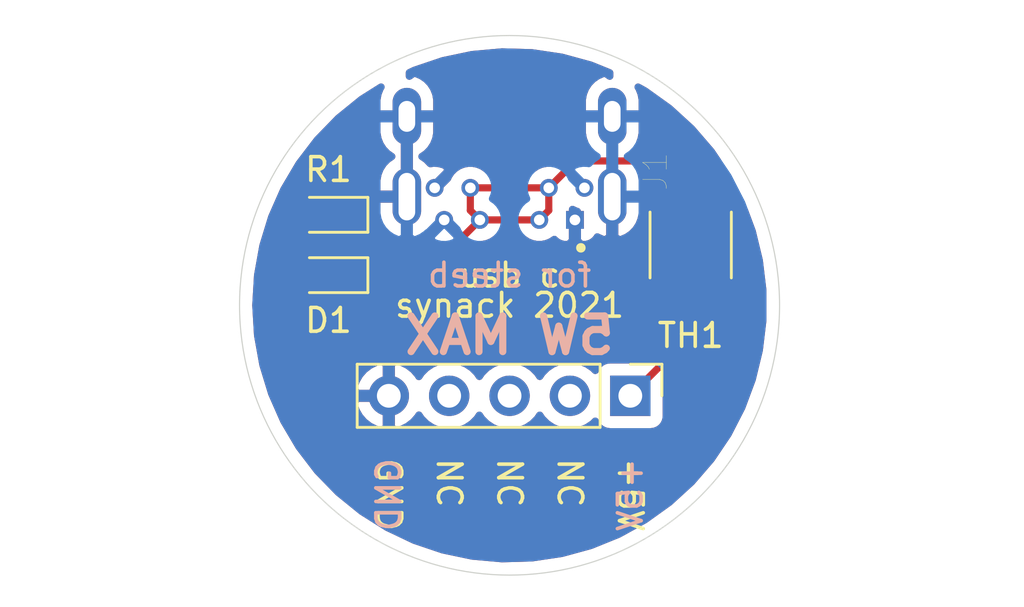
<source format=kicad_pcb>
(kicad_pcb (version 20171130) (host pcbnew "(5.1.9)-1")

  (general
    (thickness 1.6)
    (drawings 12)
    (tracks 15)
    (zones 0)
    (modules 5)
    (nets 5)
  )

  (page A4)
  (layers
    (0 F.Cu signal)
    (31 B.Cu signal)
    (32 B.Adhes user)
    (33 F.Adhes user)
    (34 B.Paste user)
    (35 F.Paste user)
    (36 B.SilkS user)
    (37 F.SilkS user)
    (38 B.Mask user)
    (39 F.Mask user)
    (40 Dwgs.User user)
    (41 Cmts.User user)
    (42 Eco1.User user)
    (43 Eco2.User user)
    (44 Edge.Cuts user)
    (45 Margin user)
    (46 B.CrtYd user)
    (47 F.CrtYd user)
    (48 B.Fab user)
    (49 F.Fab user)
  )

  (setup
    (last_trace_width 0.2)
    (trace_clearance 0.1524)
    (zone_clearance 0.508)
    (zone_45_only no)
    (trace_min 0.1524)
    (via_size 0.8)
    (via_drill 0.4)
    (via_min_size 0.127)
    (via_min_drill 0.254)
    (uvia_size 0.3)
    (uvia_drill 0.254)
    (uvias_allowed no)
    (uvia_min_size 0.254)
    (uvia_min_drill 0.254)
    (edge_width 0.05)
    (segment_width 0.2)
    (pcb_text_width 0.3)
    (pcb_text_size 1.5 1.5)
    (mod_edge_width 0.12)
    (mod_text_size 1 1)
    (mod_text_width 0.15)
    (pad_size 1.524 1.524)
    (pad_drill 0.762)
    (pad_to_mask_clearance 0.0508)
    (solder_mask_min_width 0.101)
    (aux_axis_origin 0 0)
    (visible_elements 7FFFFFFF)
    (pcbplotparams
      (layerselection 0x010fc_ffffffff)
      (usegerberextensions false)
      (usegerberattributes true)
      (usegerberadvancedattributes true)
      (creategerberjobfile true)
      (excludeedgelayer true)
      (linewidth 0.100000)
      (plotframeref false)
      (viasonmask false)
      (mode 1)
      (useauxorigin false)
      (hpglpennumber 1)
      (hpglpenspeed 20)
      (hpglpendiameter 15.000000)
      (psnegative false)
      (psa4output false)
      (plotreference true)
      (plotvalue true)
      (plotinvisibletext false)
      (padsonsilk false)
      (subtractmaskfromsilk false)
      (outputformat 1)
      (mirror false)
      (drillshape 1)
      (scaleselection 1)
      (outputdirectory ""))
  )

  (net 0 "")
  (net 1 /VBUS)
  (net 2 /GND)
  (net 3 "Net-(J2-Pad1)")
  (net 4 "Net-(D1-Pad2)")

  (net_class Default "This is the default net class."
    (clearance 0.1524)
    (trace_width 0.2)
    (via_dia 0.8)
    (via_drill 0.4)
    (uvia_dia 0.3)
    (uvia_drill 0.254)
    (add_net "Net-(D1-Pad2)")
  )

  (net_class Power ""
    (clearance 0.1524)
    (trace_width 0.3)
    (via_dia 0.8)
    (via_drill 0.4)
    (uvia_dia 0.3)
    (uvia_drill 0.254)
    (add_net /GND)
    (add_net /VBUS)
    (add_net "Net-(J2-Pad1)")
  )

  (module kicad_custom:CUI_UJC-HP-G-SMT-TR (layer F.Cu) (tedit 605BAE09) (tstamp 605C0F61)
    (at 182.88 68.58 270)
    (path /605BB1BC)
    (fp_text reference J1 (at 1.985 -6.135 270) (layer F.SilkS)
      (effects (font (size 1 1) (thickness 0.015)))
    )
    (fp_text value UJC-HP-G-SMT-TR (at 10.875 6.135 270) (layer F.Fab)
      (effects (font (size 1 1) (thickness 0.015)))
    )
    (fp_line (start 4.585 -4.47) (end -4.585 -4.47) (layer F.Fab) (width 0.127))
    (fp_line (start -4.585 -4.47) (end -4.585 4.47) (layer F.Fab) (width 0.127))
    (fp_line (start -4.585 4.47) (end 4.585 4.47) (layer F.Fab) (width 0.127))
    (fp_line (start 4.585 4.47) (end 4.585 -4.47) (layer F.Fab) (width 0.127))
    (fp_line (start 4.835 -5.17) (end -4.835 -5.17) (layer F.CrtYd) (width 0.05))
    (fp_line (start -4.835 -5.17) (end -4.835 5.17) (layer F.CrtYd) (width 0.05))
    (fp_line (start -4.835 5.17) (end 4.835 5.17) (layer F.CrtYd) (width 0.05))
    (fp_line (start 4.835 5.17) (end 4.835 -5.17) (layer F.CrtYd) (width 0.05))
    (fp_circle (center 5.2 -3) (end 5.3 -3) (layer F.Fab) (width 0.2))
    (fp_circle (center 5.2 -3) (end 5.3 -3) (layer F.SilkS) (width 0.2))
    (fp_line (start -3.585 -5.08) (end -3.585 5.08) (layer F.Fab) (width 0.127))
    (fp_text user PCB~Edge (at -3.683 1.524 270) (layer F.Fab)
      (effects (font (size 0.48 0.48) (thickness 0.015)))
    )
    (pad A1 thru_hole rect (at 4.025 -2.75 270) (size 0.75 0.75) (drill 0.45) (layers *.Cu *.Mask)
      (net 2 /GND))
    (pad A4 thru_hole circle (at 4.025 -1.25 270) (size 0.75 0.75) (drill 0.45) (layers *.Cu *.Mask)
      (net 1 /VBUS))
    (pad A9 thru_hole circle (at 4.025 1.25 270) (size 0.75 0.75) (drill 0.45) (layers *.Cu *.Mask)
      (net 1 /VBUS))
    (pad A12 thru_hole circle (at 4.025 2.75 270) (size 0.75 0.75) (drill 0.45) (layers *.Cu *.Mask)
      (net 2 /GND))
    (pad B1 thru_hole circle (at 2.675 3.15 270) (size 0.75 0.75) (drill 0.45) (layers *.Cu *.Mask)
      (net 2 /GND))
    (pad B4 thru_hole circle (at 2.675 1.65 270) (size 0.75 0.75) (drill 0.45) (layers *.Cu *.Mask)
      (net 1 /VBUS))
    (pad B9 thru_hole circle (at 2.675 -1.65 270) (size 0.75 0.75) (drill 0.45) (layers *.Cu *.Mask)
      (net 1 /VBUS))
    (pad B12 thru_hole circle (at 2.675 -3.15 270) (size 0.75 0.75) (drill 0.45) (layers *.Cu *.Mask)
      (net 2 /GND))
    (pad S1 thru_hole oval (at 3.045 -4.32 270) (size 2.4 1.2) (drill oval 2 0.7) (layers *.Cu *.Mask)
      (net 2 /GND))
    (pad S2 thru_hole oval (at 3.045 4.32 270) (size 2.4 1.2) (drill oval 2 0.7) (layers *.Cu *.Mask)
      (net 2 /GND))
    (pad S4 thru_hole oval (at -0.335 4.32 270) (size 2.4 1.2) (drill oval 1.3 0.7) (layers *.Cu *.Mask)
      (net 2 /GND))
    (pad S3 thru_hole oval (at -0.335 -4.32 270) (size 2.4 1.2) (drill oval 1.3 0.7) (layers *.Cu *.Mask)
      (net 2 /GND))
    (model C:/Users/jerem/Desktop/CUI_DEVICES_UJC-HP-G-SMT-TR.step
      (offset (xyz -1.27 0 2))
      (scale (xyz 1 1 1))
      (rotate (xyz -90 0 90))
    )
  )

  (module Connector_PinHeader_2.54mm:PinHeader_1x05_P2.54mm_Vertical (layer F.Cu) (tedit 59FED5CC) (tstamp 605C58F3)
    (at 187.96 80.01 270)
    (descr "Through hole straight pin header, 1x05, 2.54mm pitch, single row")
    (tags "Through hole pin header THT 1x05 2.54mm single row")
    (path /605BAB78)
    (fp_text reference J2 (at 0 -2.33 90) (layer F.SilkS) hide
      (effects (font (size 1 1) (thickness 0.15)))
    )
    (fp_text value Conn_01x05_Female (at 2.54 5.08 180) (layer F.Fab)
      (effects (font (size 1 1) (thickness 0.15)))
    )
    (fp_line (start 1.8 -1.8) (end -1.8 -1.8) (layer F.CrtYd) (width 0.05))
    (fp_line (start 1.8 11.95) (end 1.8 -1.8) (layer F.CrtYd) (width 0.05))
    (fp_line (start -1.8 11.95) (end 1.8 11.95) (layer F.CrtYd) (width 0.05))
    (fp_line (start -1.8 -1.8) (end -1.8 11.95) (layer F.CrtYd) (width 0.05))
    (fp_line (start -1.33 -1.33) (end 0 -1.33) (layer F.SilkS) (width 0.12))
    (fp_line (start -1.33 0) (end -1.33 -1.33) (layer F.SilkS) (width 0.12))
    (fp_line (start -1.33 1.27) (end 1.33 1.27) (layer F.SilkS) (width 0.12))
    (fp_line (start 1.33 1.27) (end 1.33 11.49) (layer F.SilkS) (width 0.12))
    (fp_line (start -1.33 1.27) (end -1.33 11.49) (layer F.SilkS) (width 0.12))
    (fp_line (start -1.33 11.49) (end 1.33 11.49) (layer F.SilkS) (width 0.12))
    (fp_line (start -1.27 -0.635) (end -0.635 -1.27) (layer F.Fab) (width 0.1))
    (fp_line (start -1.27 11.43) (end -1.27 -0.635) (layer F.Fab) (width 0.1))
    (fp_line (start 1.27 11.43) (end -1.27 11.43) (layer F.Fab) (width 0.1))
    (fp_line (start 1.27 -1.27) (end 1.27 11.43) (layer F.Fab) (width 0.1))
    (fp_line (start -0.635 -1.27) (end 1.27 -1.27) (layer F.Fab) (width 0.1))
    (fp_text user %R (at 0 5.08) (layer F.Fab)
      (effects (font (size 1 1) (thickness 0.15)))
    )
    (pad 1 thru_hole rect (at 0 0 270) (size 1.7 1.7) (drill 1) (layers *.Cu *.Mask)
      (net 3 "Net-(J2-Pad1)"))
    (pad 2 thru_hole oval (at 0 2.54 270) (size 1.7 1.7) (drill 1) (layers *.Cu *.Mask))
    (pad 3 thru_hole oval (at 0 5.08 270) (size 1.7 1.7) (drill 1) (layers *.Cu *.Mask))
    (pad 4 thru_hole oval (at 0 7.62 270) (size 1.7 1.7) (drill 1) (layers *.Cu *.Mask))
    (pad 5 thru_hole oval (at 0 10.16 270) (size 1.7 1.7) (drill 1) (layers *.Cu *.Mask)
      (net 2 /GND))
    (model ${KISYS3DMOD}/Connector_PinHeader_2.54mm.3dshapes/PinHeader_1x05_P2.54mm_Vertical.wrl
      (at (xyz 0 0 0))
      (scale (xyz 1 1 1))
      (rotate (xyz 0 0 0))
    )
  )

  (module Fuse:Fuse_1812_4532Metric_Pad1.30x3.40mm_HandSolder (layer F.Cu) (tedit 5F68FEF1) (tstamp 605C5F37)
    (at 190.5 73.66 90)
    (descr "Fuse SMD 1812 (4532 Metric), square (rectangular) end terminal, IPC_7351 nominal with elongated pad for handsoldering. (Body size source: https://www.nikhef.nl/pub/departments/mt/projects/detectorR_D/dtddice/ERJ2G.pdf), generated with kicad-footprint-generator")
    (tags "fuse handsolder")
    (path /605BEEE9)
    (attr smd)
    (fp_text reference TH1 (at -3.81 0 180) (layer F.SilkS)
      (effects (font (size 1 1) (thickness 0.15)))
    )
    (fp_text value 1812L110/33MR (at 0 7.62 180) (layer F.Fab)
      (effects (font (size 1 1) (thickness 0.15)))
    )
    (fp_line (start 3.12 1.95) (end -3.12 1.95) (layer F.CrtYd) (width 0.05))
    (fp_line (start 3.12 -1.95) (end 3.12 1.95) (layer F.CrtYd) (width 0.05))
    (fp_line (start -3.12 -1.95) (end 3.12 -1.95) (layer F.CrtYd) (width 0.05))
    (fp_line (start -3.12 1.95) (end -3.12 -1.95) (layer F.CrtYd) (width 0.05))
    (fp_line (start -1.386252 1.71) (end 1.386252 1.71) (layer F.SilkS) (width 0.12))
    (fp_line (start -1.386252 -1.71) (end 1.386252 -1.71) (layer F.SilkS) (width 0.12))
    (fp_line (start 2.25 1.6) (end -2.25 1.6) (layer F.Fab) (width 0.1))
    (fp_line (start 2.25 -1.6) (end 2.25 1.6) (layer F.Fab) (width 0.1))
    (fp_line (start -2.25 -1.6) (end 2.25 -1.6) (layer F.Fab) (width 0.1))
    (fp_line (start -2.25 1.6) (end -2.25 -1.6) (layer F.Fab) (width 0.1))
    (fp_text user %R (at 0 0 90) (layer F.Fab)
      (effects (font (size 1 1) (thickness 0.15)))
    )
    (pad 1 smd roundrect (at -2.225 0 90) (size 1.3 3.4) (layers F.Cu F.Paste F.Mask) (roundrect_rratio 0.192308)
      (net 3 "Net-(J2-Pad1)"))
    (pad 2 smd roundrect (at 2.225 0 90) (size 1.3 3.4) (layers F.Cu F.Paste F.Mask) (roundrect_rratio 0.192308)
      (net 1 /VBUS))
    (model ${KISYS3DMOD}/Fuse.3dshapes/Fuse_1812_4532Metric.wrl
      (at (xyz 0 0 0))
      (scale (xyz 1 1 1))
      (rotate (xyz 0 0 0))
    )
  )

  (module LED_SMD:LED_0603_1608Metric_Pad1.05x0.95mm_HandSolder (layer F.Cu) (tedit 5F68FEF1) (tstamp 605C697A)
    (at 175.26 74.93 180)
    (descr "LED SMD 0603 (1608 Metric), square (rectangular) end terminal, IPC_7351 nominal, (Body size source: http://www.tortai-tech.com/upload/download/2011102023233369053.pdf), generated with kicad-footprint-generator")
    (tags "LED handsolder")
    (path /605C311F)
    (attr smd)
    (fp_text reference D1 (at 0 -1.905) (layer F.SilkS)
      (effects (font (size 1 1) (thickness 0.15)))
    )
    (fp_text value LTST-C190KRKT (at 7.62 0) (layer F.Fab)
      (effects (font (size 1 1) (thickness 0.15)))
    )
    (fp_line (start 1.65 0.73) (end -1.65 0.73) (layer F.CrtYd) (width 0.05))
    (fp_line (start 1.65 -0.73) (end 1.65 0.73) (layer F.CrtYd) (width 0.05))
    (fp_line (start -1.65 -0.73) (end 1.65 -0.73) (layer F.CrtYd) (width 0.05))
    (fp_line (start -1.65 0.73) (end -1.65 -0.73) (layer F.CrtYd) (width 0.05))
    (fp_line (start -1.66 0.735) (end 0.8 0.735) (layer F.SilkS) (width 0.12))
    (fp_line (start -1.66 -0.735) (end -1.66 0.735) (layer F.SilkS) (width 0.12))
    (fp_line (start 0.8 -0.735) (end -1.66 -0.735) (layer F.SilkS) (width 0.12))
    (fp_line (start 0.8 0.4) (end 0.8 -0.4) (layer F.Fab) (width 0.1))
    (fp_line (start -0.8 0.4) (end 0.8 0.4) (layer F.Fab) (width 0.1))
    (fp_line (start -0.8 -0.1) (end -0.8 0.4) (layer F.Fab) (width 0.1))
    (fp_line (start -0.5 -0.4) (end -0.8 -0.1) (layer F.Fab) (width 0.1))
    (fp_line (start 0.8 -0.4) (end -0.5 -0.4) (layer F.Fab) (width 0.1))
    (fp_text user %R (at 0 0) (layer F.Fab)
      (effects (font (size 0.4 0.4) (thickness 0.06)))
    )
    (pad 1 smd roundrect (at -0.875 0 180) (size 1.05 0.95) (layers F.Cu F.Paste F.Mask) (roundrect_rratio 0.25)
      (net 2 /GND))
    (pad 2 smd roundrect (at 0.875 0 180) (size 1.05 0.95) (layers F.Cu F.Paste F.Mask) (roundrect_rratio 0.25)
      (net 4 "Net-(D1-Pad2)"))
    (model ${KISYS3DMOD}/LED_SMD.3dshapes/LED_0603_1608Metric.wrl
      (at (xyz 0 0 0))
      (scale (xyz 1 1 1))
      (rotate (xyz 0 0 0))
    )
  )

  (module LED_SMD:LED_0603_1608Metric_Pad1.05x0.95mm_HandSolder (layer F.Cu) (tedit 5F68FEF1) (tstamp 605C6AE0)
    (at 175.26 72.39 180)
    (descr "LED SMD 0603 (1608 Metric), square (rectangular) end terminal, IPC_7351 nominal, (Body size source: http://www.tortai-tech.com/upload/download/2011102023233369053.pdf), generated with kicad-footprint-generator")
    (tags "LED handsolder")
    (path /605C3E7D)
    (attr smd)
    (fp_text reference R1 (at 0 1.905) (layer F.SilkS)
      (effects (font (size 1 1) (thickness 0.15)))
    )
    (fp_text value 150 (at 0 1.43) (layer F.Fab)
      (effects (font (size 1 1) (thickness 0.15)))
    )
    (fp_line (start 0.8 -0.4) (end -0.5 -0.4) (layer F.Fab) (width 0.1))
    (fp_line (start -0.5 -0.4) (end -0.8 -0.1) (layer F.Fab) (width 0.1))
    (fp_line (start -0.8 -0.1) (end -0.8 0.4) (layer F.Fab) (width 0.1))
    (fp_line (start -0.8 0.4) (end 0.8 0.4) (layer F.Fab) (width 0.1))
    (fp_line (start 0.8 0.4) (end 0.8 -0.4) (layer F.Fab) (width 0.1))
    (fp_line (start 0.8 -0.735) (end -1.66 -0.735) (layer F.SilkS) (width 0.12))
    (fp_line (start -1.66 -0.735) (end -1.66 0.735) (layer F.SilkS) (width 0.12))
    (fp_line (start -1.66 0.735) (end 0.8 0.735) (layer F.SilkS) (width 0.12))
    (fp_line (start -1.65 0.73) (end -1.65 -0.73) (layer F.CrtYd) (width 0.05))
    (fp_line (start -1.65 -0.73) (end 1.65 -0.73) (layer F.CrtYd) (width 0.05))
    (fp_line (start 1.65 -0.73) (end 1.65 0.73) (layer F.CrtYd) (width 0.05))
    (fp_line (start 1.65 0.73) (end -1.65 0.73) (layer F.CrtYd) (width 0.05))
    (fp_text user %R (at 0 0) (layer F.Fab)
      (effects (font (size 0.4 0.4) (thickness 0.06)))
    )
    (pad 2 smd roundrect (at 0.875 0 180) (size 1.05 0.95) (layers F.Cu F.Paste F.Mask) (roundrect_rratio 0.25)
      (net 4 "Net-(D1-Pad2)"))
    (pad 1 smd roundrect (at -0.875 0 180) (size 1.05 0.95) (layers F.Cu F.Paste F.Mask) (roundrect_rratio 0.25)
      (net 1 /VBUS))
    (model ${KISYS3DMOD}/LED_SMD.3dshapes/LED_0603_1608Metric.wrl
      (at (xyz 0 0 0))
      (scale (xyz 1 1 1))
      (rotate (xyz 0 0 0))
    )
  )

  (gr_text "5W MAX" (at 182.88 77.47) (layer B.SilkS)
    (effects (font (size 1.5 1.5) (thickness 0.3)) (justify mirror))
  )
  (gr_text "usb c" (at 182.88 74.93) (layer F.SilkS)
    (effects (font (size 1 1) (thickness 0.15)))
  )
  (gr_circle (center 182.88 76.2) (end 193.04 81.28) (layer Edge.Cuts) (width 0.05))
  (gr_text "for steeb" (at 182.88 74.93) (layer B.SilkS)
    (effects (font (size 1 1) (thickness 0.15)) (justify mirror))
  )
  (gr_text "synack 2021" (at 182.88 76.2) (layer F.SilkS)
    (effects (font (size 1 1) (thickness 0.15)))
  )
  (gr_text NC (at 180.34 82.55 -90) (layer F.SilkS)
    (effects (font (size 1 1) (thickness 0.15)) (justify left))
  )
  (gr_text NC (at 185.42 82.55 -90) (layer F.SilkS)
    (effects (font (size 1 1) (thickness 0.15)) (justify left))
  )
  (gr_text NC (at 182.88 82.55 -90) (layer F.SilkS)
    (effects (font (size 1 1) (thickness 0.15)) (justify left))
  )
  (gr_text GND (at 177.8 82.55 90) (layer B.SilkS)
    (effects (font (size 1 1) (thickness 0.15)) (justify left mirror))
  )
  (gr_text +5V (at 187.96 82.55 90) (layer B.SilkS)
    (effects (font (size 1 1) (thickness 0.15)) (justify left mirror))
  )
  (gr_text +5V (at 187.96 82.55 -90) (layer F.SilkS) (tstamp 605C5CC8)
    (effects (font (size 1 1) (thickness 0.15)) (justify left))
  )
  (gr_text GND (at 177.8 82.55 -90) (layer F.SilkS)
    (effects (font (size 1 1) (thickness 0.15)) (justify left))
  )

  (segment (start 185.66241 70.12259) (end 184.53 71.255) (width 0.3) (layer F.Cu) (net 1))
  (segment (start 189.18759 70.12259) (end 185.66241 70.12259) (width 0.3) (layer F.Cu) (net 1))
  (segment (start 190.5 71.435) (end 189.18759 70.12259) (width 0.3) (layer F.Cu) (net 1))
  (segment (start 184.53 71.255) (end 181.23 71.255) (width 0.3) (layer F.Cu) (net 1))
  (segment (start 184.53 72.205) (end 184.13 72.605) (width 0.3) (layer F.Cu) (net 1))
  (segment (start 184.53 71.255) (end 184.53 72.205) (width 0.3) (layer F.Cu) (net 1))
  (segment (start 184.13 72.605) (end 181.63 72.605) (width 0.3) (layer F.Cu) (net 1))
  (segment (start 181.23 72.205) (end 181.63 72.605) (width 0.3) (layer F.Cu) (net 1))
  (segment (start 181.23 71.255) (end 181.23 72.205) (width 0.3) (layer F.Cu) (net 1))
  (segment (start 181.63 72.605) (end 180.575 73.66) (width 0.3) (layer F.Cu) (net 1))
  (segment (start 177.405 73.66) (end 176.135 72.39) (width 0.3) (layer F.Cu) (net 1))
  (segment (start 180.575 73.66) (end 177.405 73.66) (width 0.3) (layer F.Cu) (net 1))
  (segment (start 190.5 77.47) (end 187.96 80.01) (width 0.3) (layer F.Cu) (net 3))
  (segment (start 190.5 75.885) (end 190.5 77.47) (width 0.3) (layer F.Cu) (net 3))
  (segment (start 174.385 72.39) (end 174.385 74.93) (width 0.2) (layer F.Cu) (net 4))

  (zone (net 2) (net_name /GND) (layer B.Cu) (tstamp 0) (hatch edge 0.508)
    (connect_pads (clearance 0.508))
    (min_thickness 0.3)
    (fill yes (arc_segments 32) (thermal_gap 0.508) (thermal_bridge_width 0.508))
    (polygon
      (pts
        (xy 195.58 88.9) (xy 170.18 88.9) (xy 170.18 63.5) (xy 195.58 63.5)
      )
    )
    (filled_polygon
      (pts
        (xy 183.828005 65.565948) (xy 185.079074 65.752711) (xy 186.299273 66.086131) (xy 187.095998 66.40925) (xy 187.095998 66.556456)
        (xy 186.901159 66.42301) (xy 186.814668 66.442961) (xy 186.587566 66.541232) (xy 186.383999 66.681921) (xy 186.211791 66.85962)
        (xy 186.077559 67.067501) (xy 185.986462 67.297575) (xy 185.942 67.541) (xy 185.942 68.141) (xy 187.096 68.141)
        (xy 187.096 68.121) (xy 187.304 68.121) (xy 187.304 68.141) (xy 188.458 68.141) (xy 188.458 67.541)
        (xy 188.413538 67.297575) (xy 188.322441 67.067501) (xy 188.285509 67.010305) (xy 188.579218 67.172227) (xy 189.60696 67.909657)
        (xy 190.540269 68.763464) (xy 191.366045 69.721665) (xy 192.072695 70.770807) (xy 192.650301 71.896164) (xy 193.090752 73.081936)
        (xy 193.387867 74.31148) (xy 193.537475 75.567534) (xy 193.537475 76.832466) (xy 193.387867 78.08852) (xy 193.090752 79.318064)
        (xy 192.650301 80.503836) (xy 192.072695 81.629193) (xy 191.366045 82.678335) (xy 190.540269 83.636536) (xy 189.60696 84.490343)
        (xy 188.579218 85.227773) (xy 187.471473 85.838473) (xy 186.299273 86.313869) (xy 185.079074 86.647289) (xy 183.828005 86.834052)
        (xy 182.563628 86.871536) (xy 181.303692 86.759216) (xy 180.065884 86.498667) (xy 178.86758 86.093547) (xy 177.725602 85.549543)
        (xy 176.65598 84.874293) (xy 175.67373 84.077274) (xy 174.79264 83.169676) (xy 174.025078 82.164239) (xy 173.381821 81.075076)
        (xy 173.06157 80.348062) (xy 176.330378 80.348062) (xy 176.424569 80.628275) (xy 176.571617 80.884728) (xy 176.765871 81.107566)
        (xy 176.999866 81.288225) (xy 177.26461 81.419763) (xy 177.461939 81.479619) (xy 177.696 81.349469) (xy 177.696 80.114)
        (xy 176.460087 80.114) (xy 176.330378 80.348062) (xy 173.06157 80.348062) (xy 172.871897 79.917479) (xy 172.796917 79.671938)
        (xy 176.330378 79.671938) (xy 176.460087 79.906) (xy 177.696 79.906) (xy 177.696 78.670531) (xy 177.904 78.670531)
        (xy 177.904 79.906) (xy 177.924 79.906) (xy 177.924 80.114) (xy 177.904 80.114) (xy 177.904 81.349469)
        (xy 178.138061 81.479619) (xy 178.33539 81.419763) (xy 178.600134 81.288225) (xy 178.834129 81.107566) (xy 179.028383 80.884728)
        (xy 179.066454 80.818332) (xy 179.16866 80.971294) (xy 179.378706 81.18134) (xy 179.625694 81.346373) (xy 179.900132 81.460049)
        (xy 180.191475 81.518) (xy 180.488525 81.518) (xy 180.779868 81.460049) (xy 181.054306 81.346373) (xy 181.301294 81.18134)
        (xy 181.51134 80.971294) (xy 181.61 80.82364) (xy 181.70866 80.971294) (xy 181.918706 81.18134) (xy 182.165694 81.346373)
        (xy 182.440132 81.460049) (xy 182.731475 81.518) (xy 183.028525 81.518) (xy 183.319868 81.460049) (xy 183.594306 81.346373)
        (xy 183.841294 81.18134) (xy 184.05134 80.971294) (xy 184.15 80.82364) (xy 184.24866 80.971294) (xy 184.458706 81.18134)
        (xy 184.705694 81.346373) (xy 184.980132 81.460049) (xy 185.271475 81.518) (xy 185.568525 81.518) (xy 185.859868 81.460049)
        (xy 186.134306 81.346373) (xy 186.381294 81.18134) (xy 186.487617 81.075017) (xy 186.499147 81.113024) (xy 186.560246 81.227334)
        (xy 186.642473 81.327527) (xy 186.742666 81.409754) (xy 186.856976 81.470853) (xy 186.98101 81.508479) (xy 187.11 81.521183)
        (xy 188.81 81.521183) (xy 188.93899 81.508479) (xy 189.063024 81.470853) (xy 189.177334 81.409754) (xy 189.277527 81.327527)
        (xy 189.359754 81.227334) (xy 189.420853 81.113024) (xy 189.458479 80.98899) (xy 189.471183 80.86) (xy 189.471183 79.16)
        (xy 189.458479 79.03101) (xy 189.420853 78.906976) (xy 189.359754 78.792666) (xy 189.277527 78.692473) (xy 189.177334 78.610246)
        (xy 189.063024 78.549147) (xy 188.93899 78.511521) (xy 188.81 78.498817) (xy 187.11 78.498817) (xy 186.98101 78.511521)
        (xy 186.856976 78.549147) (xy 186.742666 78.610246) (xy 186.642473 78.692473) (xy 186.560246 78.792666) (xy 186.499147 78.906976)
        (xy 186.487617 78.944983) (xy 186.381294 78.83866) (xy 186.134306 78.673627) (xy 185.859868 78.559951) (xy 185.568525 78.502)
        (xy 185.271475 78.502) (xy 184.980132 78.559951) (xy 184.705694 78.673627) (xy 184.458706 78.83866) (xy 184.24866 79.048706)
        (xy 184.15 79.19636) (xy 184.05134 79.048706) (xy 183.841294 78.83866) (xy 183.594306 78.673627) (xy 183.319868 78.559951)
        (xy 183.028525 78.502) (xy 182.731475 78.502) (xy 182.440132 78.559951) (xy 182.165694 78.673627) (xy 181.918706 78.83866)
        (xy 181.70866 79.048706) (xy 181.61 79.19636) (xy 181.51134 79.048706) (xy 181.301294 78.83866) (xy 181.054306 78.673627)
        (xy 180.779868 78.559951) (xy 180.488525 78.502) (xy 180.191475 78.502) (xy 179.900132 78.559951) (xy 179.625694 78.673627)
        (xy 179.378706 78.83866) (xy 179.16866 79.048706) (xy 179.066454 79.201668) (xy 179.028383 79.135272) (xy 178.834129 78.912434)
        (xy 178.600134 78.731775) (xy 178.33539 78.600237) (xy 178.138061 78.540381) (xy 177.904 78.670531) (xy 177.696 78.670531)
        (xy 177.461939 78.540381) (xy 177.26461 78.600237) (xy 176.999866 78.731775) (xy 176.765871 78.912434) (xy 176.571617 79.135272)
        (xy 176.424569 79.391725) (xy 176.330378 79.671938) (xy 172.796917 79.671938) (xy 172.502465 78.707696) (xy 172.27871 77.462711)
        (xy 172.203775 76.2) (xy 172.27871 74.937289) (xy 172.502465 73.692304) (xy 172.871897 72.482521) (xy 173.203824 71.729)
        (xy 177.302 71.729) (xy 177.302 72.329) (xy 177.346462 72.572425) (xy 177.437559 72.802499) (xy 177.571791 73.01038)
        (xy 177.743999 73.188079) (xy 177.947566 73.328768) (xy 178.174668 73.427039) (xy 178.261159 73.44699) (xy 178.456 73.313543)
        (xy 178.456 71.729) (xy 177.302 71.729) (xy 173.203824 71.729) (xy 173.381821 71.324924) (xy 174.025078 70.235761)
        (xy 174.79264 69.230324) (xy 175.648223 68.349) (xy 177.302 68.349) (xy 177.302 68.949) (xy 177.346462 69.192425)
        (xy 177.437559 69.422499) (xy 177.571791 69.63038) (xy 177.743999 69.808079) (xy 177.927645 69.935) (xy 177.743999 70.061921)
        (xy 177.571791 70.23962) (xy 177.437559 70.447501) (xy 177.346462 70.677575) (xy 177.302 70.921) (xy 177.302 71.521)
        (xy 178.456 71.521) (xy 178.456 69.936457) (xy 178.453873 69.935) (xy 178.456 69.933543) (xy 178.456 68.349)
        (xy 178.664 68.349) (xy 178.664 69.933543) (xy 178.666127 69.935) (xy 178.664 69.936457) (xy 178.664 71.521)
        (xy 178.684 71.521) (xy 178.684 71.729) (xy 178.664 71.729) (xy 178.664 73.313543) (xy 178.858841 73.44699)
        (xy 178.945332 73.427039) (xy 179.172434 73.328768) (xy 179.225921 73.291802) (xy 179.590276 73.291802) (xy 179.607087 73.501662)
        (xy 179.792065 73.586449) (xy 179.99003 73.633518) (xy 180.193373 73.641062) (xy 180.394281 73.60879) (xy 180.585033 73.537944)
        (xy 180.652913 73.501662) (xy 180.669724 73.291802) (xy 180.13 72.752078) (xy 179.590276 73.291802) (xy 179.225921 73.291802)
        (xy 179.376001 73.188079) (xy 179.41983 73.142852) (xy 179.443198 73.144724) (xy 179.982922 72.605) (xy 179.96878 72.590858)
        (xy 180.115858 72.44378) (xy 180.13 72.457922) (xy 180.144143 72.44378) (xy 180.291221 72.590858) (xy 180.277078 72.605)
        (xy 180.677925 73.005847) (xy 180.714567 73.094309) (xy 180.827617 73.263499) (xy 180.971501 73.407383) (xy 181.140691 73.520433)
        (xy 181.328685 73.598302) (xy 181.528258 73.638) (xy 181.731742 73.638) (xy 181.931315 73.598302) (xy 182.119309 73.520433)
        (xy 182.288499 73.407383) (xy 182.432383 73.263499) (xy 182.545433 73.094309) (xy 182.623302 72.906315) (xy 182.663 72.706742)
        (xy 182.663 72.503258) (xy 183.097 72.503258) (xy 183.097 72.706742) (xy 183.136698 72.906315) (xy 183.214567 73.094309)
        (xy 183.327617 73.263499) (xy 183.471501 73.407383) (xy 183.640691 73.520433) (xy 183.828685 73.598302) (xy 184.028258 73.638)
        (xy 184.231742 73.638) (xy 184.431315 73.598302) (xy 184.619309 73.520433) (xy 184.766558 73.422044) (xy 184.787472 73.447528)
        (xy 184.887666 73.529754) (xy 185.001976 73.590854) (xy 185.126009 73.62848) (xy 185.255 73.641184) (xy 185.3615 73.638)
        (xy 185.526 73.4735) (xy 185.526 72.709) (xy 185.506 72.709) (xy 185.506 72.501) (xy 185.526 72.501)
        (xy 185.526 72.160331) (xy 185.692065 72.236449) (xy 185.734 72.24642) (xy 185.734 72.501) (xy 185.754 72.501)
        (xy 185.754 72.709) (xy 185.734 72.709) (xy 185.734 73.4735) (xy 185.8985 73.638) (xy 186.005 73.641184)
        (xy 186.133991 73.62848) (xy 186.258024 73.590854) (xy 186.372334 73.529754) (xy 186.472528 73.447528) (xy 186.554754 73.347334)
        (xy 186.570852 73.317217) (xy 186.587566 73.328768) (xy 186.814668 73.427039) (xy 186.901159 73.44699) (xy 187.096 73.313543)
        (xy 187.096 71.729) (xy 187.304 71.729) (xy 187.304 73.313543) (xy 187.498841 73.44699) (xy 187.585332 73.427039)
        (xy 187.812434 73.328768) (xy 188.016001 73.188079) (xy 188.188209 73.01038) (xy 188.322441 72.802499) (xy 188.413538 72.572425)
        (xy 188.458 72.329) (xy 188.458 71.729) (xy 187.304 71.729) (xy 187.096 71.729) (xy 187.076 71.729)
        (xy 187.076 71.521) (xy 187.096 71.521) (xy 187.096 69.936457) (xy 187.093873 69.935) (xy 187.096 69.933543)
        (xy 187.096 68.349) (xy 187.304 68.349) (xy 187.304 69.933543) (xy 187.306127 69.935) (xy 187.304 69.936457)
        (xy 187.304 71.521) (xy 188.458 71.521) (xy 188.458 70.921) (xy 188.413538 70.677575) (xy 188.322441 70.447501)
        (xy 188.188209 70.23962) (xy 188.016001 70.061921) (xy 187.832355 69.935) (xy 188.016001 69.808079) (xy 188.188209 69.63038)
        (xy 188.322441 69.422499) (xy 188.413538 69.192425) (xy 188.458 68.949) (xy 188.458 68.349) (xy 187.304 68.349)
        (xy 187.096 68.349) (xy 185.942 68.349) (xy 185.942 68.949) (xy 185.986462 69.192425) (xy 186.077559 69.422499)
        (xy 186.211791 69.63038) (xy 186.383999 69.808079) (xy 186.567645 69.935) (xy 186.383999 70.061921) (xy 186.214307 70.237024)
        (xy 186.16997 70.226482) (xy 185.966627 70.218938) (xy 185.765719 70.25121) (xy 185.574967 70.322056) (xy 185.507087 70.358338)
        (xy 185.490276 70.568198) (xy 185.942 71.019922) (xy 185.942 71.342363) (xy 185.86878 71.269143) (xy 185.882922 71.255)
        (xy 185.482075 70.854153) (xy 185.445433 70.765691) (xy 185.332383 70.596501) (xy 185.188499 70.452617) (xy 185.019309 70.339567)
        (xy 184.831315 70.261698) (xy 184.631742 70.222) (xy 184.428258 70.222) (xy 184.228685 70.261698) (xy 184.040691 70.339567)
        (xy 183.871501 70.452617) (xy 183.727617 70.596501) (xy 183.614567 70.765691) (xy 183.536698 70.953685) (xy 183.497 71.153258)
        (xy 183.497 71.356742) (xy 183.536698 71.556315) (xy 183.602471 71.715105) (xy 183.471501 71.802617) (xy 183.327617 71.946501)
        (xy 183.214567 72.115691) (xy 183.136698 72.303685) (xy 183.097 72.503258) (xy 182.663 72.503258) (xy 182.623302 72.303685)
        (xy 182.545433 72.115691) (xy 182.432383 71.946501) (xy 182.288499 71.802617) (xy 182.157529 71.715105) (xy 182.223302 71.556315)
        (xy 182.263 71.356742) (xy 182.263 71.153258) (xy 182.223302 70.953685) (xy 182.145433 70.765691) (xy 182.032383 70.596501)
        (xy 181.888499 70.452617) (xy 181.719309 70.339567) (xy 181.531315 70.261698) (xy 181.331742 70.222) (xy 181.128258 70.222)
        (xy 180.928685 70.261698) (xy 180.740691 70.339567) (xy 180.571501 70.452617) (xy 180.427617 70.596501) (xy 180.314567 70.765691)
        (xy 180.277925 70.854153) (xy 179.877078 71.255) (xy 179.891221 71.269143) (xy 179.818 71.342363) (xy 179.818 71.019922)
        (xy 180.269724 70.568198) (xy 180.252913 70.358338) (xy 180.067935 70.273551) (xy 179.86997 70.226482) (xy 179.666627 70.218938)
        (xy 179.546817 70.238183) (xy 179.376001 70.061921) (xy 179.192355 69.935) (xy 179.376001 69.808079) (xy 179.548209 69.63038)
        (xy 179.682441 69.422499) (xy 179.773538 69.192425) (xy 179.818 68.949) (xy 179.818 68.349) (xy 178.664 68.349)
        (xy 178.456 68.349) (xy 177.302 68.349) (xy 175.648223 68.349) (xy 175.67373 68.322726) (xy 176.65598 67.525707)
        (xy 177.475933 67.008073) (xy 177.437559 67.067501) (xy 177.346462 67.297575) (xy 177.302 67.541) (xy 177.302 68.141)
        (xy 178.456 68.141) (xy 178.456 68.121) (xy 178.664 68.121) (xy 178.664 68.141) (xy 179.818 68.141)
        (xy 179.818 67.541) (xy 179.773538 67.297575) (xy 179.682441 67.067501) (xy 179.548209 66.85962) (xy 179.376001 66.681921)
        (xy 179.172434 66.541232) (xy 178.945332 66.442961) (xy 178.858841 66.42301) (xy 178.664002 66.556456) (xy 178.664002 66.403431)
        (xy 178.86758 66.306453) (xy 180.065884 65.901333) (xy 181.303692 65.640784) (xy 182.563628 65.528464)
      )
    )
  )
  (zone (net 2) (net_name /GND) (layer F.Cu) (tstamp 0) (hatch edge 0.508)
    (connect_pads (clearance 0.508))
    (min_thickness 0.3)
    (fill yes (arc_segments 32) (thermal_gap 0.508) (thermal_bridge_width 0.508))
    (polygon
      (pts
        (xy 195.58 88.9) (xy 170.18 88.9) (xy 170.18 63.5) (xy 195.58 63.5)
      )
    )
    (filled_polygon
      (pts
        (xy 183.828005 65.565948) (xy 185.079074 65.752711) (xy 186.299273 66.086131) (xy 187.095998 66.40925) (xy 187.095998 66.556456)
        (xy 186.901159 66.42301) (xy 186.814668 66.442961) (xy 186.587566 66.541232) (xy 186.383999 66.681921) (xy 186.211791 66.85962)
        (xy 186.077559 67.067501) (xy 185.986462 67.297575) (xy 185.942 67.541) (xy 185.942 68.141) (xy 187.096 68.141)
        (xy 187.096 68.121) (xy 187.304 68.121) (xy 187.304 68.141) (xy 188.458 68.141) (xy 188.458 67.541)
        (xy 188.413538 67.297575) (xy 188.322441 67.067501) (xy 188.285509 67.010305) (xy 188.579218 67.172227) (xy 189.60696 67.909657)
        (xy 190.540269 68.763464) (xy 191.366045 69.721665) (xy 191.636915 70.123817) (xy 190.3315 70.123817) (xy 189.787001 69.579318)
        (xy 189.761696 69.548484) (xy 189.638662 69.447512) (xy 189.498294 69.372484) (xy 189.345986 69.326282) (xy 189.227278 69.31459)
        (xy 189.22727 69.31459) (xy 189.18759 69.310682) (xy 189.14791 69.31459) (xy 188.365167 69.31459) (xy 188.413538 69.192425)
        (xy 188.458 68.949) (xy 188.458 68.349) (xy 187.304 68.349) (xy 187.304 68.369) (xy 187.096 68.369)
        (xy 187.096 68.349) (xy 185.942 68.349) (xy 185.942 68.949) (xy 185.986462 69.192425) (xy 186.034833 69.31459)
        (xy 185.70209 69.31459) (xy 185.66241 69.310682) (xy 185.62273 69.31459) (xy 185.622722 69.31459) (xy 185.504014 69.326282)
        (xy 185.351706 69.372484) (xy 185.211338 69.447512) (xy 185.159628 69.489949) (xy 185.119131 69.523184) (xy 185.119127 69.523188)
        (xy 185.088304 69.548484) (xy 185.063008 69.579307) (xy 184.418344 70.223972) (xy 184.228685 70.261698) (xy 184.040691 70.339567)
        (xy 183.879907 70.447) (xy 181.880093 70.447) (xy 181.719309 70.339567) (xy 181.531315 70.261698) (xy 181.331742 70.222)
        (xy 181.128258 70.222) (xy 180.928685 70.261698) (xy 180.740691 70.339567) (xy 180.571501 70.452617) (xy 180.427617 70.596501)
        (xy 180.314567 70.765691) (xy 180.277925 70.854153) (xy 179.877078 71.255) (xy 179.891221 71.269143) (xy 179.818 71.342363)
        (xy 179.818 71.019922) (xy 180.269724 70.568198) (xy 180.252913 70.358338) (xy 180.067935 70.273551) (xy 179.86997 70.226482)
        (xy 179.666627 70.218938) (xy 179.546817 70.238183) (xy 179.376001 70.061921) (xy 179.192355 69.935) (xy 179.376001 69.808079)
        (xy 179.548209 69.63038) (xy 179.682441 69.422499) (xy 179.773538 69.192425) (xy 179.818 68.949) (xy 179.818 68.349)
        (xy 178.664 68.349) (xy 178.664 69.933543) (xy 178.666127 69.935) (xy 178.664 69.936457) (xy 178.664 71.521)
        (xy 178.684 71.521) (xy 178.684 71.729) (xy 178.664 71.729) (xy 178.664 71.749) (xy 178.456 71.749)
        (xy 178.456 71.729) (xy 177.302 71.729) (xy 177.302 71.970863) (xy 177.252775 71.808589) (xy 177.169728 71.653218)
        (xy 177.057965 71.517035) (xy 176.921782 71.405272) (xy 176.766411 71.322225) (xy 176.597824 71.271085) (xy 176.4225 71.253817)
        (xy 175.8475 71.253817) (xy 175.672176 71.271085) (xy 175.503589 71.322225) (xy 175.348218 71.405272) (xy 175.26 71.477671)
        (xy 175.171782 71.405272) (xy 175.016411 71.322225) (xy 174.847824 71.271085) (xy 174.6725 71.253817) (xy 174.0975 71.253817)
        (xy 173.922176 71.271085) (xy 173.753589 71.322225) (xy 173.598218 71.405272) (xy 173.462035 71.517035) (xy 173.350272 71.653218)
        (xy 173.267225 71.808589) (xy 173.216085 71.977176) (xy 173.198817 72.1525) (xy 173.198817 72.6275) (xy 173.216085 72.802824)
        (xy 173.267225 72.971411) (xy 173.350272 73.126782) (xy 173.462035 73.262965) (xy 173.598218 73.374728) (xy 173.627 73.390112)
        (xy 173.627001 73.929887) (xy 173.598218 73.945272) (xy 173.462035 74.057035) (xy 173.350272 74.193218) (xy 173.267225 74.348589)
        (xy 173.216085 74.517176) (xy 173.198817 74.6925) (xy 173.198817 75.1675) (xy 173.216085 75.342824) (xy 173.267225 75.511411)
        (xy 173.350272 75.666782) (xy 173.462035 75.802965) (xy 173.598218 75.914728) (xy 173.753589 75.997775) (xy 173.922176 76.048915)
        (xy 174.0975 76.066183) (xy 174.6725 76.066183) (xy 174.847824 76.048915) (xy 175.016411 75.997775) (xy 175.171782 75.914728)
        (xy 175.182838 75.905655) (xy 175.242666 75.954754) (xy 175.356976 76.015854) (xy 175.481009 76.05348) (xy 175.61 76.066184)
        (xy 175.8665 76.063) (xy 176.031 75.8985) (xy 176.031 75.034) (xy 176.239 75.034) (xy 176.239 75.8985)
        (xy 176.4035 76.063) (xy 176.66 76.066184) (xy 176.788991 76.05348) (xy 176.913024 76.015854) (xy 177.027334 75.954754)
        (xy 177.127528 75.872528) (xy 177.209754 75.772334) (xy 177.270854 75.658024) (xy 177.30848 75.533991) (xy 177.321184 75.405)
        (xy 177.318 75.1985) (xy 177.1535 75.034) (xy 176.239 75.034) (xy 176.031 75.034) (xy 176.011 75.034)
        (xy 176.011 74.826) (xy 176.031 74.826) (xy 176.031 73.9615) (xy 175.8665 73.797) (xy 175.61 73.793816)
        (xy 175.481009 73.80652) (xy 175.356976 73.844146) (xy 175.242666 73.905246) (xy 175.182838 73.954345) (xy 175.171782 73.945272)
        (xy 175.143 73.929888) (xy 175.143 73.390112) (xy 175.171782 73.374728) (xy 175.26 73.302329) (xy 175.348218 73.374728)
        (xy 175.503589 73.457775) (xy 175.672176 73.508915) (xy 175.8475 73.526183) (xy 176.1285 73.526183) (xy 176.401408 73.799092)
        (xy 176.239 73.9615) (xy 176.239 74.826) (xy 177.1535 74.826) (xy 177.318 74.6615) (xy 177.321051 74.463641)
        (xy 177.365312 74.468) (xy 177.365319 74.468) (xy 177.404999 74.471908) (xy 177.444679 74.468) (xy 180.53532 74.468)
        (xy 180.575 74.471908) (xy 180.61468 74.468) (xy 180.614688 74.468) (xy 180.733396 74.456308) (xy 180.885704 74.410106)
        (xy 181.026072 74.335078) (xy 181.149106 74.234106) (xy 181.174411 74.203272) (xy 181.741656 73.636028) (xy 181.931315 73.598302)
        (xy 182.119309 73.520433) (xy 182.280093 73.413) (xy 183.479907 73.413) (xy 183.640691 73.520433) (xy 183.828685 73.598302)
        (xy 184.028258 73.638) (xy 184.231742 73.638) (xy 184.431315 73.598302) (xy 184.619309 73.520433) (xy 184.766558 73.422044)
        (xy 184.787472 73.447528) (xy 184.887666 73.529754) (xy 185.001976 73.590854) (xy 185.126009 73.62848) (xy 185.255 73.641184)
        (xy 185.3615 73.638) (xy 185.526 73.4735) (xy 185.526 72.709) (xy 185.506 72.709) (xy 185.506 72.501)
        (xy 185.526 72.501) (xy 185.526 72.160331) (xy 185.692065 72.236449) (xy 185.734 72.24642) (xy 185.734 72.501)
        (xy 185.754 72.501) (xy 185.754 72.709) (xy 185.734 72.709) (xy 185.734 73.4735) (xy 185.8985 73.638)
        (xy 186.005 73.641184) (xy 186.133991 73.62848) (xy 186.258024 73.590854) (xy 186.372334 73.529754) (xy 186.472528 73.447528)
        (xy 186.554754 73.347334) (xy 186.570852 73.317217) (xy 186.587566 73.328768) (xy 186.814668 73.427039) (xy 186.901159 73.44699)
        (xy 187.096 73.313543) (xy 187.096 71.729) (xy 187.076 71.729) (xy 187.076 71.521) (xy 187.096 71.521)
        (xy 187.096 71.501) (xy 187.304 71.501) (xy 187.304 71.521) (xy 187.324 71.521) (xy 187.324 71.729)
        (xy 187.304 71.729) (xy 187.304 73.313543) (xy 187.498841 73.44699) (xy 187.585332 73.427039) (xy 187.812434 73.328768)
        (xy 188.016001 73.188079) (xy 188.188209 73.01038) (xy 188.322441 72.802499) (xy 188.413538 72.572425) (xy 188.427307 72.49704)
        (xy 188.543774 72.592621) (xy 188.701305 72.676823) (xy 188.872237 72.728675) (xy 189.05 72.746183) (xy 191.95 72.746183)
        (xy 192.127763 72.728675) (xy 192.298695 72.676823) (xy 192.456226 72.592621) (xy 192.594304 72.479304) (xy 192.707621 72.341226)
        (xy 192.771339 72.222019) (xy 193.090752 73.081936) (xy 193.387867 74.31148) (xy 193.537475 75.567534) (xy 193.537475 76.832466)
        (xy 193.387867 78.08852) (xy 193.090752 79.318064) (xy 192.650301 80.503836) (xy 192.072695 81.629193) (xy 191.366045 82.678335)
        (xy 190.540269 83.636536) (xy 189.60696 84.490343) (xy 188.579218 85.227773) (xy 187.471473 85.838473) (xy 186.299273 86.313869)
        (xy 185.079074 86.647289) (xy 183.828005 86.834052) (xy 182.563628 86.871536) (xy 181.303692 86.759216) (xy 180.065884 86.498667)
        (xy 178.86758 86.093547) (xy 177.725602 85.549543) (xy 176.65598 84.874293) (xy 175.67373 84.077274) (xy 174.79264 83.169676)
        (xy 174.025078 82.164239) (xy 173.381821 81.075076) (xy 173.06157 80.348062) (xy 176.330378 80.348062) (xy 176.424569 80.628275)
        (xy 176.571617 80.884728) (xy 176.765871 81.107566) (xy 176.999866 81.288225) (xy 177.26461 81.419763) (xy 177.461939 81.479619)
        (xy 177.696 81.349469) (xy 177.696 80.114) (xy 176.460087 80.114) (xy 176.330378 80.348062) (xy 173.06157 80.348062)
        (xy 172.871897 79.917479) (xy 172.796917 79.671938) (xy 176.330378 79.671938) (xy 176.460087 79.906) (xy 177.696 79.906)
        (xy 177.696 78.670531) (xy 177.904 78.670531) (xy 177.904 79.906) (xy 177.924 79.906) (xy 177.924 80.114)
        (xy 177.904 80.114) (xy 177.904 81.349469) (xy 178.138061 81.479619) (xy 178.33539 81.419763) (xy 178.600134 81.288225)
        (xy 178.834129 81.107566) (xy 179.028383 80.884728) (xy 179.066454 80.818332) (xy 179.16866 80.971294) (xy 179.378706 81.18134)
        (xy 179.625694 81.346373) (xy 179.900132 81.460049) (xy 180.191475 81.518) (xy 180.488525 81.518) (xy 180.779868 81.460049)
        (xy 181.054306 81.346373) (xy 181.301294 81.18134) (xy 181.51134 80.971294) (xy 181.61 80.82364) (xy 181.70866 80.971294)
        (xy 181.918706 81.18134) (xy 182.165694 81.346373) (xy 182.440132 81.460049) (xy 182.731475 81.518) (xy 183.028525 81.518)
        (xy 183.319868 81.460049) (xy 183.594306 81.346373) (xy 183.841294 81.18134) (xy 184.05134 80.971294) (xy 184.15 80.82364)
        (xy 184.24866 80.971294) (xy 184.458706 81.18134) (xy 184.705694 81.346373) (xy 184.980132 81.460049) (xy 185.271475 81.518)
        (xy 185.568525 81.518) (xy 185.859868 81.460049) (xy 186.134306 81.346373) (xy 186.381294 81.18134) (xy 186.487617 81.075017)
        (xy 186.499147 81.113024) (xy 186.560246 81.227334) (xy 186.642473 81.327527) (xy 186.742666 81.409754) (xy 186.856976 81.470853)
        (xy 186.98101 81.508479) (xy 187.11 81.521183) (xy 188.81 81.521183) (xy 188.93899 81.508479) (xy 189.063024 81.470853)
        (xy 189.177334 81.409754) (xy 189.277527 81.327527) (xy 189.359754 81.227334) (xy 189.420853 81.113024) (xy 189.458479 80.98899)
        (xy 189.471183 80.86) (xy 189.471183 79.6415) (xy 191.043278 78.069406) (xy 191.074106 78.044106) (xy 191.175078 77.921072)
        (xy 191.250106 77.780704) (xy 191.296308 77.628396) (xy 191.308 77.509688) (xy 191.308 77.509679) (xy 191.311908 77.470001)
        (xy 191.308 77.430323) (xy 191.308 77.196183) (xy 191.95 77.196183) (xy 192.127763 77.178675) (xy 192.298695 77.126823)
        (xy 192.456226 77.042621) (xy 192.594304 76.929304) (xy 192.707621 76.791226) (xy 192.791823 76.633695) (xy 192.843675 76.462763)
        (xy 192.861183 76.285) (xy 192.861183 75.485) (xy 192.843675 75.307237) (xy 192.791823 75.136305) (xy 192.707621 74.978774)
        (xy 192.594304 74.840696) (xy 192.456226 74.727379) (xy 192.298695 74.643177) (xy 192.127763 74.591325) (xy 191.95 74.573817)
        (xy 189.05 74.573817) (xy 188.872237 74.591325) (xy 188.701305 74.643177) (xy 188.543774 74.727379) (xy 188.405696 74.840696)
        (xy 188.292379 74.978774) (xy 188.208177 75.136305) (xy 188.156325 75.307237) (xy 188.138817 75.485) (xy 188.138817 76.285)
        (xy 188.156325 76.462763) (xy 188.208177 76.633695) (xy 188.292379 76.791226) (xy 188.405696 76.929304) (xy 188.543774 77.042621)
        (xy 188.701305 77.126823) (xy 188.872237 77.178675) (xy 189.05 77.196183) (xy 189.631133 77.196183) (xy 188.3285 78.498817)
        (xy 187.11 78.498817) (xy 186.98101 78.511521) (xy 186.856976 78.549147) (xy 186.742666 78.610246) (xy 186.642473 78.692473)
        (xy 186.560246 78.792666) (xy 186.499147 78.906976) (xy 186.487617 78.944983) (xy 186.381294 78.83866) (xy 186.134306 78.673627)
        (xy 185.859868 78.559951) (xy 185.568525 78.502) (xy 185.271475 78.502) (xy 184.980132 78.559951) (xy 184.705694 78.673627)
        (xy 184.458706 78.83866) (xy 184.24866 79.048706) (xy 184.15 79.19636) (xy 184.05134 79.048706) (xy 183.841294 78.83866)
        (xy 183.594306 78.673627) (xy 183.319868 78.559951) (xy 183.028525 78.502) (xy 182.731475 78.502) (xy 182.440132 78.559951)
        (xy 182.165694 78.673627) (xy 181.918706 78.83866) (xy 181.70866 79.048706) (xy 181.61 79.19636) (xy 181.51134 79.048706)
        (xy 181.301294 78.83866) (xy 181.054306 78.673627) (xy 180.779868 78.559951) (xy 180.488525 78.502) (xy 180.191475 78.502)
        (xy 179.900132 78.559951) (xy 179.625694 78.673627) (xy 179.378706 78.83866) (xy 179.16866 79.048706) (xy 179.066454 79.201668)
        (xy 179.028383 79.135272) (xy 178.834129 78.912434) (xy 178.600134 78.731775) (xy 178.33539 78.600237) (xy 178.138061 78.540381)
        (xy 177.904 78.670531) (xy 177.696 78.670531) (xy 177.461939 78.540381) (xy 177.26461 78.600237) (xy 176.999866 78.731775)
        (xy 176.765871 78.912434) (xy 176.571617 79.135272) (xy 176.424569 79.391725) (xy 176.330378 79.671938) (xy 172.796917 79.671938)
        (xy 172.502465 78.707696) (xy 172.27871 77.462711) (xy 172.203775 76.2) (xy 172.27871 74.937289) (xy 172.502465 73.692304)
        (xy 172.871897 72.482521) (xy 173.381821 71.324924) (xy 174.025078 70.235761) (xy 174.79264 69.230324) (xy 175.648223 68.349)
        (xy 177.302 68.349) (xy 177.302 68.949) (xy 177.346462 69.192425) (xy 177.437559 69.422499) (xy 177.571791 69.63038)
        (xy 177.743999 69.808079) (xy 177.927645 69.935) (xy 177.743999 70.061921) (xy 177.571791 70.23962) (xy 177.437559 70.447501)
        (xy 177.346462 70.677575) (xy 177.302 70.921) (xy 177.302 71.521) (xy 178.456 71.521) (xy 178.456 69.936457)
        (xy 178.453873 69.935) (xy 178.456 69.933543) (xy 178.456 68.349) (xy 177.302 68.349) (xy 175.648223 68.349)
        (xy 175.67373 68.322726) (xy 176.65598 67.525707) (xy 177.475933 67.008073) (xy 177.437559 67.067501) (xy 177.346462 67.297575)
        (xy 177.302 67.541) (xy 177.302 68.141) (xy 178.456 68.141) (xy 178.456 68.121) (xy 178.664 68.121)
        (xy 178.664 68.141) (xy 179.818 68.141) (xy 179.818 67.541) (xy 179.773538 67.297575) (xy 179.682441 67.067501)
        (xy 179.548209 66.85962) (xy 179.376001 66.681921) (xy 179.172434 66.541232) (xy 178.945332 66.442961) (xy 178.858841 66.42301)
        (xy 178.664002 66.556456) (xy 178.664002 66.403431) (xy 178.86758 66.306453) (xy 180.065884 65.901333) (xy 181.303692 65.640784)
        (xy 182.563628 65.528464)
      )
    )
    (filled_polygon
      (pts
        (xy 180.291221 72.590858) (xy 180.277078 72.605) (xy 180.291221 72.619143) (xy 180.144143 72.766221) (xy 180.13 72.752078)
        (xy 180.115858 72.766221) (xy 179.96878 72.619143) (xy 179.982922 72.605) (xy 179.96878 72.590858) (xy 180.115858 72.44378)
        (xy 180.13 72.457922) (xy 180.144143 72.44378)
      )
    )
    (filled_polygon
      (pts
        (xy 185.942 71.342363) (xy 185.86878 71.269143) (xy 185.882922 71.255) (xy 185.86878 71.240858) (xy 185.942 71.167637)
      )
    )
  )
)

</source>
